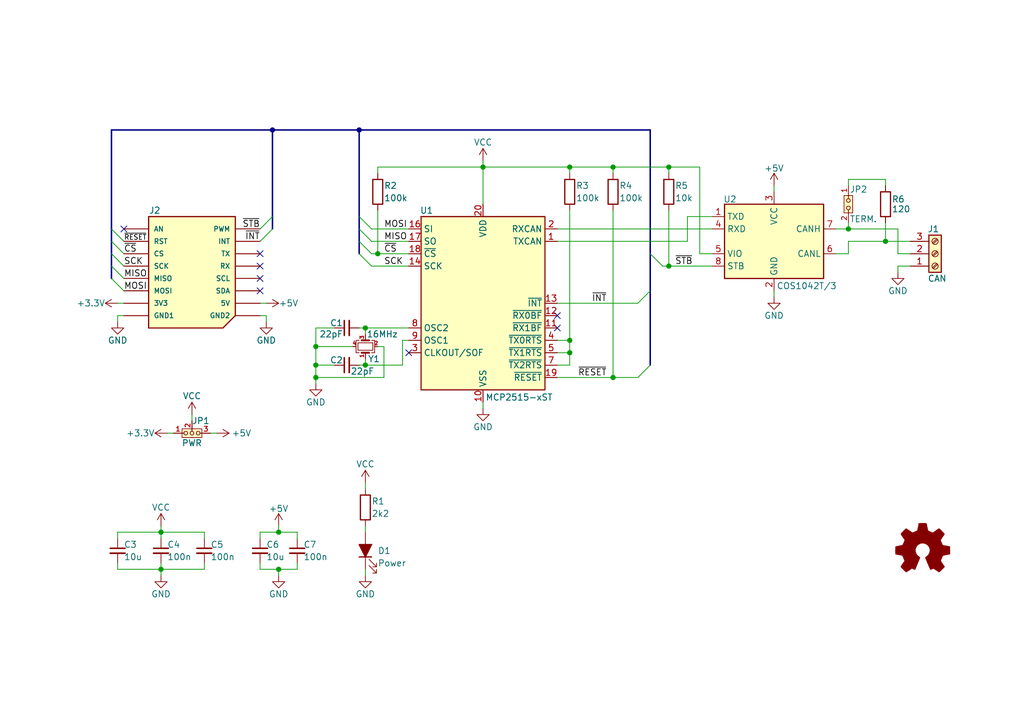
<source format=kicad_sch>
(kicad_sch (version 20250114) (generator "eeschema") (generator_version "9.0")
  (paper "A5")
  (title_block (title "CAN Click") (date "2025-04-19") (rev "1.0") (company "© 2025 MPro") (comment 1 "Designed by MPro") (comment 4 "Licensed under CERN-OHL-P v2 or any later version"))
  (lib_symbols
    (symbol "Connector:Screw_Terminal_01x03" (pin_names (offset 1.016) (hide yes))
      (property "Reference" "J" (at 0 5.08 0))
      (property "Value" "Screw_Terminal_01x03" (at 0 -5.08 0))
      (symbol "Screw_Terminal_01x03_1_1"
        (rectangle (start -1.27 3.81) (end 1.27 -3.81) (stroke (width 0.254)) (fill (type background)))
        (polyline (pts (xy -0.5334 2.8702) (xy 0.3302 2.032)) (stroke (width 0.1524)))
        (polyline (pts (xy -0.5334 0.3302) (xy 0.3302 -0.508)) (stroke (width 0.1524)))
        (polyline (pts (xy -0.5334 -2.2098) (xy 0.3302 -3.048)) (stroke (width 0.1524)))
        (polyline (pts (xy -0.3556 3.048) (xy 0.508 2.2098)) (stroke (width 0.1524)))
        (polyline (pts (xy -0.3556 0.508) (xy 0.508 -0.3302)) (stroke (width 0.1524)))
        (polyline (pts (xy -0.3556 -2.032) (xy 0.508 -2.8702)) (stroke (width 0.1524)))
        (circle (center 0 2.54) (radius 0.635) (stroke (width 0.1524)))
        (circle (center 0 0) (radius 0.635) (stroke (width 0.1524)))
        (circle (center 0 -2.54) (radius 0.635) (stroke (width 0.1524)))
        (pin passive line (at -5.08 2.54 0) (length 3.81) (name "Pin_1") (number "1"))
        (pin passive line (at -5.08 0 0) (length 3.81) (name "Pin_2") (number "2"))
        (pin passive line (at -5.08 -2.54 0) (length 3.81) (name "Pin_3") (number "3"))
      )
    )
    (symbol "Device:C_Small" (pin_numbers (hide yes)) (pin_names (offset 0.254) (hide yes))
      (property "Reference" "C" (at 0.254 1.778 0))
      (property "Value" "C_Small" (at 0.254 -2.032 0))
      (symbol "C_Small_0_1"
        (polyline (pts (xy -1.524 0.508) (xy 1.524 0.508)) (stroke (width 0.3048)))
        (polyline (pts (xy -1.524 -0.508) (xy 1.524 -0.508)) (stroke (width 0.3302)))
      )
      (symbol "C_Small_1_1"
        (pin passive line (at 0 2.54 270) (length 2.032) (name "~") (number "1"))
        (pin passive line (at 0 -2.54 90) (length 2.032) (name "~") (number "2"))
      )
    )
    (symbol "Device:Crystal_GND24_Small" (pin_names (offset 1.016) (hide yes))
      (property "Reference" "Y" (at 1.27 4.445 0))
      (property "Value" "Crystal_GND24_Small" (at 1.27 2.54 0))
      (symbol "Crystal_GND24_Small_0_1"
        (polyline (pts (xy -1.27 1.27) (xy -1.27 1.905) (xy 1.27 1.905) (xy 1.27 1.27)))
        (polyline (pts (xy -1.27 -0.762) (xy -1.27 0.762)) (stroke (width 0.381)))
        (polyline (pts (xy -1.27 -1.27) (xy -1.27 -1.905) (xy 1.27 -1.905) (xy 1.27 -1.27)))
        (rectangle (start -0.762 -1.524) (end 0.762 1.524))
        (polyline (pts (xy 1.27 -0.762) (xy 1.27 0.762)) (stroke (width 0.381)))
      )
      (symbol "Crystal_GND24_Small_1_1"
        (pin passive line (at -2.54 0 0) (length 1.27) (name "1") (number "1"))
        (pin passive line (at 0 2.54 270) (length 0.635) (name "4") (number "4"))
        (pin passive line (at 0 -2.54 90) (length 0.635) (name "2") (number "2"))
        (pin passive line (at 2.54 0 180) (length 1.27) (name "3") (number "3"))
      )
    )
    (symbol "Device:LED_Filled" (pin_numbers (hide yes)) (pin_names (offset 1.016) (hide yes))
      (property "Reference" "D" (at 0 2.54 0))
      (property "Value" "LED_Filled" (at 0 -2.54 0))
      (symbol "LED_Filled_0_1"
        (polyline (pts (xy -3.048 -0.762) (xy -4.572 -2.286) (xy -3.81 -2.286) (xy -4.572 -2.286) (xy -4.572 -1.524)))
        (polyline (pts (xy -1.778 -0.762) (xy -3.302 -2.286) (xy -2.54 -2.286) (xy -3.302 -2.286) (xy -3.302 -1.524)))
        (polyline (pts (xy -1.27 0) (xy 1.27 0)))
        (polyline (pts (xy -1.27 -1.27) (xy -1.27 1.27)) (stroke (width 0.254)))
        (polyline (pts (xy 1.27 -1.27) (xy 1.27 1.27) (xy -1.27 0) (xy 1.27 -1.27)) (stroke (width 0.254)) (fill (type outline)))
      )
      (symbol "LED_Filled_1_1"
        (pin passive line (at -3.81 0 0) (length 2.54) (name "K") (number "1"))
        (pin passive line (at 3.81 0 180) (length 2.54) (name "A") (number "2"))
      )
    )
    (symbol "Device:R" (pin_numbers (hide yes)) (pin_names (offset 0))
      (property "Reference" "R" (at 2.032 0 90))
      (property "Value" "R" (at 0 0 90))
      (symbol "R_0_1"
        (rectangle (start -1.016 -2.54) (end 1.016 2.54) (stroke (width 0.254)))
      )
      (symbol "R_1_1"
        (pin passive line (at 0 3.81 270) (length 1.27) (name "~") (number "1"))
        (pin passive line (at 0 -3.81 90) (length 1.27) (name "~") (number "2"))
      )
    )
    (symbol "Interface_CAN_LIN:MCP2515-xST"
      (property "Reference" "U" (at -10.16 19.685 0))
      (property "Value" "MCP2515-xST" (at 19.05 20.32 0))
      (symbol "MCP2515-xST_0_1"
        (rectangle (start -12.7 17.78) (end 12.7 -17.78) (stroke (width 0.254)) (fill (type background)))
      )
      (symbol "MCP2515-xST_1_1"
        (pin input line (at -15.24 15.24 0) (length 2.54) (name "SI") (number "16"))
        (pin output line (at -15.24 12.7 0) (length 2.54) (name "SO") (number "17"))
        (pin input line (at -15.24 10.16 0) (length 2.54) (name "~{CS}") (number "18"))
        (pin input line (at -15.24 7.62 0) (length 2.54) (name "SCK") (number "14"))
        (pin output line (at -15.24 -5.08 0) (length 2.54) (name "OSC2") (number "8"))
        (pin input line (at -15.24 -7.62 0) (length 2.54) (name "OSC1") (number "9"))
        (pin output line (at -15.24 -10.16 0) (length 2.54) (name "CLKOUT/SOF") (number "3"))
        (pin no_connect line (at -12.7 0 0) (length 2.54) (hide yes) (name "NC") (number "6"))
        (pin no_connect line (at -12.7 -2.54 0) (length 2.54) (hide yes) (name "NC") (number "15"))
        (pin power_in line (at 0 20.32 270) (length 2.54) (name "VDD") (number "20"))
        (pin power_in line (at 0 -20.32 90) (length 2.54) (name "VSS") (number "10"))
        (pin input line (at 15.24 15.24 180) (length 2.54) (name "RXCAN") (number "2"))
        (pin output line (at 15.24 12.7 180) (length 2.54) (name "TXCAN") (number "1"))
        (pin output line (at 15.24 0 180) (length 2.54) (name "~{INT}") (number "13"))
        (pin output line (at 15.24 -2.54 180) (length 2.54) (name "~{RX0BF}") (number "12"))
        (pin output line (at 15.24 -5.08 180) (length 2.54) (name "~{RX1BF}") (number "11"))
        (pin input line (at 15.24 -7.62 180) (length 2.54) (name "~{TX0RTS}") (number "4"))
        (pin input line (at 15.24 -10.16 180) (length 2.54) (name "~{TX1RTS}") (number "5"))
        (pin input line (at 15.24 -12.7 180) (length 2.54) (name "~{TX2RTS}") (number "7"))
        (pin input line (at 15.24 -15.24 180) (length 2.54) (name "~{RESET}") (number "19"))
      )
    )
    (symbol "Interface_CAN_LIN:TJA1042T-3"
      (property "Reference" "U" (at -10.16 8.89 0))
      (property "Value" "TJA1042T-3" (at 1.27 8.89 0))
      (symbol "TJA1042T-3_0_1"
        (rectangle (start -10.16 7.62) (end 10.16 -7.62) (stroke (width 0.254)) (fill (type background)))
      )
      (symbol "TJA1042T-3_1_1"
        (pin input line (at -12.7 5.08 0) (length 2.54) (name "TXD") (number "1"))
        (pin output line (at -12.7 2.54 0) (length 2.54) (name "RXD") (number "4"))
        (pin power_in line (at -12.7 -2.54 0) (length 2.54) (name "VIO") (number "5"))
        (pin input line (at -12.7 -5.08 0) (length 2.54) (name "STB") (number "8"))
        (pin power_in line (at 0 10.16 270) (length 2.54) (name "VCC") (number "3"))
        (pin power_in line (at 0 -10.16 90) (length 2.54) (name "GND") (number "2"))
        (pin bidirectional line (at 12.7 2.54 180) (length 2.54) (name "CANH") (number "7"))
        (pin bidirectional line (at 12.7 -2.54 180) (length 2.54) (name "CANL") (number "6"))
      )
    )
    (symbol "archive:Device_R" (pin_numbers (hide yes)) (pin_names (offset 0))
      (property "Reference" "R" (at 2.032 0 90))
      (property "Value" "Device_R" (at 0 0 90))
      (symbol "Device_R_0_1"
        (rectangle (start -1.016 -2.54) (end 1.016 2.54) (stroke (width 0.254)))
      )
      (symbol "Device_R_1_1"
        (pin passive line (at 0 3.81 270) (length 1.27) (name "~") (number "1"))
        (pin passive line (at 0 -3.81 90) (length 1.27) (name "~") (number "2"))
      )
    )
    (symbol "archive:Graphic_Logo_Open_Hardware_Small" (pin_names (offset 1.016))
      (symbol "Graphic_Logo_Open_Hardware_Small_0_1"
        (polyline (pts (xy 3.3528 -4.3434) (xy 3.302 -4.318) (xy 3.175 -4.2418) (xy 2.9972 -4.1148) (xy 2.7686 -3.9624) (xy 2.54 -3.81) (xy 2.3622 -3.7084) (xy 2.2352 -3.6068) (xy 2.1844 -3.5814) (xy 2.159 -3.6068) (xy 2.0574 -3.6576) (xy 1.905 -3.7338) (xy 1.8034 -3.7846) (xy 1.6764 -3.8354) (xy 1.6002 -3.8354) (xy 1.6002 -3.8354) (xy 1.5494 -3.7338) (xy 1.4732 -3.5306) (xy 1.3462 -3.302) (xy 1.2446 -3.0226) (xy 1.1176 -2.7178) (xy 0.9652 -2.413) (xy 0.8636 -2.1082) (xy 0.7366 -1.8288) (xy 0.6604 -1.6256) (xy 0.6096 -1.4732) (xy 0.5842 -1.397) (xy 0.5842 -1.397) (xy 0.6604 -1.3208) (xy 0.7874 -1.2446) (xy 1.0414 -1.016) (xy 1.2954 -0.6858) (xy 1.4478 -0.3302) (xy 1.524 0.0762) (xy 1.4732 0.4572) (xy 1.3208 0.8128) (xy 1.0668 1.143) (xy 0.762 1.3716) (xy 0.4064 1.524) (xy 0 1.5748) (xy -0.381 1.5494) (xy -0.7366 1.397) (xy -1.0668 1.143) (xy -1.2192 0.9906) (xy -1.397 0.6604) (xy -1.524 0.3048) (xy -1.524 0.2286) (xy -1.4986 -0.1778) (xy -1.397 -0.5334) (xy -1.1938 -0.8636) (xy -0.9144 -1.143) (xy -0.8636 -1.1684) (xy -0.7366 -1.27) (xy -0.635 -1.3462) (xy -0.5842 -1.397) (xy -1.0668 -2.5908) (xy -1.143 -2.794) (xy -1.2954 -3.1242) (xy -1.397 -3.4036) (xy -1.4986 -3.6322) (xy -1.5748 -3.7846) (xy -1.6002 -3.8354) (xy -1.6002 -3.8354) (xy -1.651 -3.8354) (xy -1.7272 -3.81) (xy -1.905 -3.7338) (xy -2.0066 -3.683) (xy -2.1336 -3.6068) (xy -2.2098 -3.5814) (xy -2.2606 -3.6068) (xy -2.3622 -3.683) (xy -2.54 -3.81) (xy -2.7686 -3.9624) (xy -2.9718 -4.0894) (xy -3.1496 -4.2164) (xy -3.302 -4.318) (xy -3.3528 -4.3434) (xy -3.3782 -4.3434) (xy -3.429 -4.318) (xy -3.5306 -4.2164) (xy -3.7084 -4.064) (xy -3.937 -3.8354) (xy -3.9624 -3.81) (xy -4.1656 -3.6068) (xy -4.318 -3.4544) (xy -4.4196 -3.3274) (xy -4.445 -3.2766) (xy -4.445 -3.2766) (xy -4.4196 -3.2258) (xy -4.318 -3.0734) (xy -4.2164 -2.8956) (xy -4.064 -2.667) (xy -3.6576 -2.0828) (xy -3.8862 -1.5494) (xy -3.937 -1.3716) (xy -4.0386 -1.1684) (xy -4.0894 -1.0414) (xy -4.1148 -0.9652) (xy -4.191 -0.9398) (xy -4.318 -0.9144) (xy -4.5466 -0.8636) (xy -4.8006 -0.8128) (xy -5.0546 -0.7874) (xy -5.2578 -0.7366) (xy -5.4356 -0.7112) (xy -5.5118 -0.6858) (xy -5.5118 -0.6858) (xy -5.5372 -0.635) (xy -5.5372 -0.5588) (xy -5.5372 -0.4318) (xy -5.5626 -0.2286) (xy -5.5626 0.0762) (xy -5.5626 0.127) (xy -5.5372 0.4064) (xy -5.5372 0.635) (xy -5.5372 0.762) (xy -5.5372 0.8382) (xy -5.5372 0.8382) (xy -5.461 0.8382) (xy -5.3086 0.889) (xy -5.08 0.9144) (xy -4.826 0.9652) (xy -4.8006 0.9906) (xy -4.5466 1.0414) (xy -4.318 1.0668) (xy -4.1656 1.1176) (xy -4.0894 1.143) (xy -4.0894 1.143) (xy -4.0386 1.2446) (xy -3.9624 1.4224) (xy -3.8608 1.6256) (xy -3.7846 1.8288) (xy -3.7084 2.0066) (xy -3.6576 2.159) (xy -3.6322 2.2098) (xy -3.6322 2.2098) (xy -3.683 2.286) (xy -3.7592 2.413) (xy -3.8862 2.5908) (xy -4.064 2.8194) (xy -4.064 2.8448) (xy -4.2164 3.0734) (xy -4.3434 3.2512) (xy -4.4196 3.3782) (xy -4.445 3.4544) (xy -4.445 3.4544) (xy -4.3942 3.5052) (xy -4.2926 3.6322) (xy -4.1148 3.81) (xy -3.937 4.0132) (xy -3.8608 4.064) (xy -3.6576 4.2926) (xy -3.5052 4.4196) (xy -3.4036 4.4958) (xy -3.3528 4.5212) (xy -3.3528 4.5212) (xy -3.302 4.4704) (xy -3.1496 4.3688) (xy -2.9718 4.2418) (xy -2.7432 4.0894) (xy -2.7178 4.0894) (xy -2.4892 3.937) (xy -2.3114 3.81) (xy -2.1844 3.7084) (xy -2.1336 3.683) (xy -2.1082 3.683) (xy -2.032 3.7084) (xy -1.8542 3.7592) (xy -1.6764 3.8354) (xy -1.4732 3.937) (xy -1.27 4.0132) (xy -1.143 4.064) (xy -1.0668 4.1148) (xy -1.0668 4.1148) (xy -1.0414 4.191) (xy -1.016 4.3434) (xy -0.9652 4.572) (xy -0.9144 4.8514) (xy -0.889 4.9022) (xy -0.8382 5.1562) (xy -0.8128 5.3848) (xy -0.7874 5.5372) (xy -0.762 5.588) (xy -0.7112 5.6134) (xy -0.5842 5.6134) (xy -0.4064 5.6134) (xy -0.1524 5.6134) (xy 0.0762 5.6134) (xy 0.3302 5.6134) (xy 0.5334 5.6134) (xy 0.6858 5.588) (xy 0.7366 5.588) (xy 0.7366 5.588) (xy 0.762 5.5118) (xy 0.8128 5.334) (xy 0.8382 5.1054) (xy 0.9144 4.826) (xy 0.9144 4.7752) (xy 0.9652 4.5212) (xy 1.016 4.2926) (xy 1.0414 4.1402) (xy 1.0668 4.0894) (xy 1.0668 4.0894) (xy 1.1938 4.0386) (xy 1.3716 3.9624) (xy 1.5748 3.8608) (xy 2.0828 3.6576) (xy 2.7178 4.0894) (xy 2.7686 4.1402) (xy 2.9972 4.2926) (xy 3.175 4.4196) (xy 3.302 4.4958) (xy 3.3782 4.5212) (xy 3.3782 4.5212) (xy 3.429 4.4704) (xy 3.556 4.3434) (xy 3.7338 4.191) (xy 3.9116 3.9878) (xy 4.064 3.8354) (xy 4.2418 3.6576) (xy 4.3434 3.556) (xy 4.4196 3.4798) (xy 4.4196 3.429) (xy 4.4196 3.4036) (xy 4.3942 3.3274) (xy 4.2926 3.2004) (xy 4.1656 2.9972) (xy 4.0132 2.794) (xy 3.8862 2.5908) (xy 3.7592 2.3876) (xy 3.6576 2.2352) (xy 3.6322 2.159) (xy 3.6322 2.1336) (xy 3.683 2.0066) (xy 3.7592 1.8288) (xy 3.8608 1.6002) (xy 4.064 1.1176) (xy 4.3942 1.0414) (xy 4.5974 1.016) (xy 4.8768 0.9652) (xy 5.1308 0.9144) (xy 5.5372 0.8382) (xy 5.5626 -0.6604) (xy 5.4864 -0.6858) (xy 5.4356 -0.6858) (xy 5.2832 -0.7366) (xy 5.0546 -0.762) (xy 4.8006 -0.8128) (xy 4.5974 -0.8636) (xy 4.3688 -0.9144) (xy 4.2164 -0.9398) (xy 4.1402 -0.9398) (xy 4.1148 -0.9652) (xy 4.064 -1.0668) (xy 3.9878 -1.2446) (xy 3.9116 -1.4478) (xy 3.81 -1.651) (xy 3.7338 -1.8542) (xy 3.683 -2.0066) (xy 3.6576 -2.0828) (xy 3.683 -2.1336) (xy 3.7846 -2.2606) (xy 3.8862 -2.4638) (xy 4.0386 -2.667) (xy 4.191 -2.8956) (xy 4.318 -3.0734) (xy 4.3942 -3.2004) (xy 4.445 -3.2766) (xy 4.4196 -3.3274) (xy 4.3434 -3.429) (xy 4.1656 -3.5814) (xy 3.937 -3.8354) (xy 3.8862 -3.8608) (xy 3.683 -4.064) (xy 3.5306 -4.2164) (xy 3.4036 -4.318) (xy 3.3528 -4.3434)) (fill (type outline)))
      )
    )
    (symbol "archive:power_+5V" (power) (pin_names (offset 0))
      (property "Value" "power_+5V" (at 0 3.556 0))
      (symbol "power_+5V_0_1"
        (polyline (pts (xy -0.762 1.27) (xy 0 2.54)))
        (polyline (pts (xy 0 2.54) (xy 0.762 1.27)))
        (polyline (pts (xy 0 0) (xy 0 2.54)))
      )
      (symbol "power_+5V_1_1"
        (pin power_in line (at 0 0 90) (length 0) (hide yes) (name "+5V") (number "1"))
      )
    )
    (symbol "archive:power_GND" (power) (pin_names (offset 0))
      (property "Value" "power_GND" (at 0 -3.81 0))
      (symbol "power_GND_0_1"
        (polyline (pts (xy 0 0) (xy 0 -1.27) (xy 1.27 -1.27) (xy 0 -2.54) (xy -1.27 -1.27) (xy 0 -1.27)))
      )
      (symbol "power_GND_1_1"
        (pin power_in line (at 0 0 270) (length 0) (hide yes) (name "GND") (number "1"))
      )
    )
    (symbol "diy-modules:mikroBUS_module_connector" (pin_numbers (hide yes)) (pin_names (offset 1.016))
      (property "Reference" "J" (at 0 23.495 0))
      (symbol "mikroBUS_module_connector_0_0"
        (pin bidirectional line (at -5.08 20.32 0) (length 5.08) (name "AN") (number "P1"))
        (pin bidirectional line (at -5.08 17.78 0) (length 5.08) (name "RST") (number "P2"))
        (pin bidirectional line (at -5.08 15.24 0) (length 5.08) (name "CS") (number "P3"))
        (pin bidirectional line (at -5.08 12.7 0) (length 5.08) (name "SCK") (number "P4"))
        (pin bidirectional line (at -5.08 10.16 0) (length 5.08) (name "MISO") (number "P5"))
        (pin bidirectional line (at -5.08 7.62 0) (length 5.08) (name "MOSI") (number "P6"))
        (pin power_in line (at -5.08 5.08 0) (length 5.08) (name "3V3") (number "P7"))
        (pin bidirectional line (at 22.86 20.32 180) (length 5.08) (name "PWM") (number "P16"))
        (pin bidirectional line (at 22.86 17.78 180) (length 5.08) (name "INT") (number "P15"))
        (pin bidirectional line (at 22.86 15.24 180) (length 5.08) (name "TX") (number "P14"))
        (pin bidirectional line (at 22.86 12.7 180) (length 5.08) (name "RX") (number "P13"))
        (pin bidirectional line (at 22.86 10.16 180) (length 5.08) (name "SCL") (number "P12"))
        (pin bidirectional line (at 22.86 7.62 180) (length 5.08) (name "SDA") (number "P11"))
        (pin power_in line (at 22.86 5.08 180) (length 5.08) (name "5V") (number "P10"))
      )
      (symbol "mikroBUS_module_connector_0_1"
        (polyline (pts (xy 17.78 2.54) (xy 15.24 0) (xy 0 0) (xy 0 22.86) (xy 17.78 22.86) (xy 17.78 2.54)) (stroke (width 0.254)) (fill (type background)))
      )
      (symbol "mikroBUS_module_connector_1_0"
        (pin power_in line (at -5.08 2.54 0) (length 5.08) (name "GND1") (number "P8"))
        (pin power_in line (at 22.86 2.54 180) (length 5.08) (name "GND2") (number "P9"))
      )
    )
    (symbol "power:+3.3V" (power) (pin_names (offset 0))
      (property "Value" "+3.3V" (at 0 3.556 0))
      (symbol "+3.3V_0_1"
        (polyline (pts (xy -0.762 1.27) (xy 0 2.54)))
        (polyline (pts (xy 0 2.54) (xy 0.762 1.27)))
        (polyline (pts (xy 0 0) (xy 0 2.54)))
      )
      (symbol "+3.3V_1_1"
        (pin power_in line (at 0 0 90) (length 0) (hide yes) (name "+3.3V") (number "1"))
      )
    )
    (symbol "power:GND" (power) (pin_names (offset 0))
      (property "Value" "GND" (at 0 -3.81 0))
      (symbol "GND_0_1"
        (polyline (pts (xy 0 0) (xy 0 -1.27) (xy 1.27 -1.27) (xy 0 -2.54) (xy -1.27 -1.27) (xy 0 -1.27)))
      )
      (symbol "GND_1_1"
        (pin power_in line (at 0 0 270) (length 0) (hide yes) (name "GND") (number "1"))
      )
    )
    (symbol "power:VCC" (power) (pin_names (offset 0))
      (property "Value" "VCC" (at 0 3.81 0))
      (symbol "VCC_0_1"
        (polyline (pts (xy -0.762 1.27) (xy 0 2.54)))
        (polyline (pts (xy 0 2.54) (xy 0.762 1.27)))
        (polyline (pts (xy 0 0) (xy 0 2.54)))
      )
      (symbol "VCC_1_1"
        (pin power_in line (at 0 0 90) (length 0) (hide yes) (name "VCC") (number "1"))
      )
    )
    (symbol "various:Jumper_2" (pin_names (offset 0) (hide yes))
      (property "Reference" "JP" (at -0.635 1.905 0))
      (property "Value" "Jumper_2" (at 1.27 -2.54 0))
      (symbol "Jumper_2_0_1"
        (polyline (pts (xy 0.127 0) (xy -0.635 0)))
        (polyline (pts (xy 3.175 0) (xy 2.413 0)))
      )
      (symbol "Jumper_2_1_0"
        (rectangle (start -0.508 0.889) (end 3.048 -0.889) (fill (type background)))
        (circle (center 0.508 0) (radius 0.381))
        (circle (center 2.032 0) (radius 0.381))
      )
      (symbol "Jumper_2_1_1"
        (pin passive line (at -2.54 0 0) (length 1.905) (name "A") (number "1"))
        (pin passive line (at 5.08 0 180) (length 1.905) (name "B") (number "2"))
      )
    )
    (symbol "various:Jumper_3" (pin_names (offset 0) (hide yes))
      (property "Reference" "JP" (at -2.54 1.905 0))
      (property "Value" "Jumper_3" (at 5.715 -2.54 0))
      (symbol "Jumper_3_0_1"
        (polyline (pts (xy -1.905 0) (xy -1.651 0)))
        (polyline (pts (xy 0 -0.635) (xy 0 -0.381)))
        (polyline (pts (xy 1.905 0) (xy 1.651 0)))
      )
      (symbol "Jumper_3_1_0"
        (circle (center -1.27 0) (radius 0.381))
        (circle (center 0 0) (radius 0.381))
        (circle (center 1.27 0) (radius 0.381))
        (polyline (pts (xy 3.81 0) (xy 3.81 0)))
      )
      (symbol "Jumper_3_1_1"
        (rectangle (start -2.032 0.889) (end 2.032 -0.889) (fill (type background)))
        (pin passive line (at -3.81 0 0) (length 1.905) (name "A") (number "1"))
        (pin passive line (at 0 -2.54 90) (length 1.905) (name "C") (number "2"))
        (pin passive line (at 3.81 0 180) (length 1.905) (name "B") (number "3"))
      )
    )
  )
  (junction (at 33.02 116.84))
  (junction (at 116.84 69.85))
  (junction (at 125.73 77.47))
  (junction (at 116.84 34.29))
  (junction (at 137.16 34.29))
  (junction (at 33.02 109.22))
  (junction (at 64.77 71.12))
  (junction (at 64.77 77.47))
  (junction (at 64.77 74.93))
  (junction (at 116.84 72.39))
  (junction (at 57.15 116.84))
  (junction (at 125.73 34.29))
  (junction (at 99.06 34.29))
  (junction (at 73.66 26.67))
  (junction (at 181.61 49.53))
  (junction (at 74.93 67.31))
  (junction (at 137.16 54.61))
  (junction (at 74.93 74.93))
  (junction (at 57.15 109.22))
  (junction (at 55.88 26.67))
  (junction (at 173.99 46.99))
  (junction (at 77.47 52.07))
  (no_connect (at 114.3 64.77))
  (no_connect (at 53.34 54.61))
  (no_connect (at 25.4 46.99))
  (no_connect (at 83.82 72.39))
  (no_connect (at 53.34 59.69))
  (no_connect (at 53.34 52.07))
  (no_connect (at 53.34 57.15))
  (no_connect (at 114.3 67.31))
  (bus_entry (at 53.34 49.53) (size 2.54 -2.54))
  (bus_entry (at 25.4 52.07) (size -2.54 -2.54))
  (bus_entry (at 25.4 57.15) (size -2.54 -2.54))
  (bus_entry (at 76.2 49.53) (size -2.54 -2.54))
  (bus_entry (at 25.4 59.69) (size -2.54 -2.54))
  (bus_entry (at 25.4 54.61) (size -2.54 -2.54))
  (bus_entry (at 76.2 54.61) (size -2.54 -2.54))
  (bus_entry (at 76.2 46.99) (size -2.54 -2.54))
  (bus_entry (at 76.2 52.07) (size -2.54 -2.54))
  (bus_entry (at 25.4 49.53) (size -2.54 -2.54))
  (bus_entry (at 130.81 62.23) (size 2.54 -2.54))
  (bus_entry (at 53.34 46.99) (size 2.54 -2.54))
  (bus_entry (at 135.89 54.61) (size -2.54 -2.54))
  (bus_entry (at 130.81 77.47) (size 2.54 -2.54))
  (wire (pts (xy 78.74 71.12) (xy 78.74 77.47)))
  (wire (pts (xy 57.15 109.22) (xy 60.96 109.22)))
  (wire (pts (xy 77.47 43.18) (xy 77.47 52.07)))
  (bus (pts (xy 22.86 46.99) (xy 22.86 26.67)))
  (wire (pts (xy 24.13 116.84) (xy 24.13 115.57)))
  (wire (pts (xy 77.47 34.29) (xy 99.06 34.29)))
  (bus (pts (xy 22.86 26.67) (xy 55.88 26.67)))
  (wire (pts (xy 41.91 116.84) (xy 33.02 116.84)))
  (bus (pts (xy 55.88 44.45) (xy 55.88 26.67)))
  (wire (pts (xy 114.3 62.23) (xy 130.81 62.23)))
  (bus (pts (xy 73.66 46.99) (xy 73.66 49.53)))
  (wire (pts (xy 24.13 109.22) (xy 24.13 110.49)))
  (wire (pts (xy 116.84 69.85) (xy 116.84 72.39)))
  (wire (pts (xy 64.77 77.47) (xy 64.77 78.74)))
  (bus (pts (xy 133.35 52.07) (xy 133.35 26.67)))
  (bus (pts (xy 133.35 74.93) (xy 133.35 59.69)))
  (wire (pts (xy 76.2 46.99) (xy 83.82 46.99)))
  (wire (pts (xy 24.13 62.23) (xy 25.4 62.23)))
  (wire (pts (xy 78.74 77.47) (xy 64.77 77.47)))
  (wire (pts (xy 116.84 74.93) (xy 114.3 74.93)))
  (wire (pts (xy 54.61 64.77) (xy 54.61 66.04)))
  (wire (pts (xy 73.66 67.31) (xy 74.93 67.31)))
  (wire (pts (xy 76.2 54.61) (xy 83.82 54.61)))
  (wire (pts (xy 125.73 77.47) (xy 114.3 77.47)))
  (wire (pts (xy 74.93 107.95) (xy 74.93 109.22)))
  (wire (pts (xy 186.69 54.61) (xy 184.15 54.61)))
  (wire (pts (xy 33.02 116.84) (xy 33.02 118.11)))
  (wire (pts (xy 137.16 54.61) (xy 135.89 54.61)))
  (wire (pts (xy 60.96 109.22) (xy 60.96 110.49)))
  (wire (pts (xy 184.15 46.99) (xy 184.15 52.07)))
  (wire (pts (xy 184.15 52.07) (xy 186.69 52.07)))
  (wire (pts (xy 181.61 45.72) (xy 181.61 49.53)))
  (wire (pts (xy 34.29 88.9) (xy 35.56 88.9)))
  (wire (pts (xy 116.84 34.29) (xy 125.73 34.29)))
  (wire (pts (xy 99.06 34.29) (xy 99.06 41.91)))
  (wire (pts (xy 173.99 49.53) (xy 173.99 52.07)))
  (wire (pts (xy 24.13 64.77) (xy 24.13 66.04)))
  (wire (pts (xy 57.15 116.84) (xy 57.15 118.11)))
  (wire (pts (xy 158.75 59.69) (xy 158.75 60.96)))
  (wire (pts (xy 53.34 109.22) (xy 57.15 109.22)))
  (wire (pts (xy 24.13 64.77) (xy 25.4 64.77)))
  (wire (pts (xy 74.93 67.31) (xy 74.93 68.58)))
  (wire (pts (xy 33.02 116.84) (xy 24.13 116.84)))
  (wire (pts (xy 64.77 71.12) (xy 64.77 67.31)))
  (wire (pts (xy 143.51 34.29) (xy 143.51 52.07)))
  (wire (pts (xy 74.93 116.84) (xy 74.93 118.11)))
  (wire (pts (xy 125.73 35.56) (xy 125.73 34.29)))
  (wire (pts (xy 140.97 44.45) (xy 140.97 49.53)))
  (wire (pts (xy 64.77 74.93) (xy 64.77 71.12)))
  (wire (pts (xy 173.99 49.53) (xy 181.61 49.53)))
  (bus (pts (xy 22.86 57.15) (xy 22.86 54.61)))
  (wire (pts (xy 60.96 116.84) (xy 60.96 115.57)))
  (wire (pts (xy 76.2 52.07) (xy 77.47 52.07)))
  (wire (pts (xy 171.45 46.99) (xy 173.99 46.99)))
  (bus (pts (xy 22.86 49.53) (xy 22.86 46.99)))
  (wire (pts (xy 53.34 62.23) (xy 54.61 62.23)))
  (wire (pts (xy 57.15 116.84) (xy 60.96 116.84)))
  (wire (pts (xy 125.73 77.47) (xy 130.81 77.47)))
  (wire (pts (xy 74.93 74.93) (xy 74.93 73.66)))
  (wire (pts (xy 114.3 49.53) (xy 140.97 49.53)))
  (wire (pts (xy 73.66 74.93) (xy 74.93 74.93)))
  (wire (pts (xy 173.99 46.99) (xy 184.15 46.99)))
  (bus (pts (xy 55.88 26.67) (xy 73.66 26.67)))
  (wire (pts (xy 125.73 43.18) (xy 125.73 77.47)))
  (wire (pts (xy 74.93 99.06) (xy 74.93 100.33)))
  (wire (pts (xy 173.99 36.83) (xy 173.99 38.1)))
  (wire (pts (xy 181.61 49.53) (xy 186.69 49.53)))
  (wire (pts (xy 137.16 34.29) (xy 143.51 34.29)))
  (wire (pts (xy 53.34 115.57) (xy 53.34 116.84)))
  (wire (pts (xy 114.3 69.85) (xy 116.84 69.85)))
  (wire (pts (xy 41.91 109.22) (xy 33.02 109.22)))
  (wire (pts (xy 146.05 44.45) (xy 140.97 44.45)))
  (wire (pts (xy 64.77 67.31) (xy 68.58 67.31)))
  (wire (pts (xy 158.75 38.1) (xy 158.75 39.37)))
  (wire (pts (xy 181.61 36.83) (xy 173.99 36.83)))
  (wire (pts (xy 77.47 35.56) (xy 77.47 34.29)))
  (wire (pts (xy 99.06 33.02) (xy 99.06 34.29)))
  (wire (pts (xy 39.37 85.09) (xy 39.37 86.36)))
  (wire (pts (xy 33.02 109.22) (xy 33.02 110.49)))
  (wire (pts (xy 76.2 49.53) (xy 83.82 49.53)))
  (bus (pts (xy 73.66 49.53) (xy 73.66 52.07)))
  (wire (pts (xy 33.02 107.95) (xy 33.02 109.22)))
  (wire (pts (xy 173.99 45.72) (xy 173.99 46.99)))
  (wire (pts (xy 143.51 52.07) (xy 146.05 52.07)))
  (wire (pts (xy 137.16 35.56) (xy 137.16 34.29)))
  (wire (pts (xy 82.55 69.85) (xy 82.55 74.93)))
  (bus (pts (xy 73.66 44.45) (xy 73.66 46.99)))
  (wire (pts (xy 137.16 43.18) (xy 137.16 54.61)))
  (wire (pts (xy 116.84 72.39) (xy 116.84 74.93)))
  (wire (pts (xy 137.16 54.61) (xy 146.05 54.61)))
  (wire (pts (xy 53.34 109.22) (xy 53.34 110.49)))
  (wire (pts (xy 53.34 116.84) (xy 57.15 116.84)))
  (wire (pts (xy 116.84 35.56) (xy 116.84 34.29)))
  (wire (pts (xy 181.61 38.1) (xy 181.61 36.83)))
  (wire (pts (xy 64.77 74.93) (xy 68.58 74.93)))
  (wire (pts (xy 43.18 88.9) (xy 44.45 88.9)))
  (wire (pts (xy 99.06 34.29) (xy 116.84 34.29)))
  (wire (pts (xy 41.91 115.57) (xy 41.91 116.84)))
  (wire (pts (xy 74.93 67.31) (xy 83.82 67.31)))
  (wire (pts (xy 77.47 52.07) (xy 83.82 52.07)))
  (bus (pts (xy 22.86 54.61) (xy 22.86 52.07)))
  (wire (pts (xy 173.99 52.07) (xy 171.45 52.07)))
  (wire (pts (xy 184.15 54.61) (xy 184.15 55.88)))
  (wire (pts (xy 33.02 116.84) (xy 33.02 115.57)))
  (wire (pts (xy 77.47 71.12) (xy 78.74 71.12)))
  (wire (pts (xy 116.84 43.18) (xy 116.84 69.85)))
  (bus (pts (xy 133.35 59.69) (xy 133.35 52.07)))
  (wire (pts (xy 99.06 82.55) (xy 99.06 83.82)))
  (wire (pts (xy 41.91 110.49) (xy 41.91 109.22)))
  (bus (pts (xy 73.66 26.67) (xy 73.66 44.45)))
  (wire (pts (xy 125.73 34.29) (xy 137.16 34.29)))
  (wire (pts (xy 53.34 64.77) (xy 54.61 64.77)))
  (wire (pts (xy 64.77 71.12) (xy 72.39 71.12)))
  (wire (pts (xy 83.82 69.85) (xy 82.55 69.85)))
  (wire (pts (xy 114.3 46.99) (xy 146.05 46.99)))
  (bus (pts (xy 55.88 46.99) (xy 55.88 44.45)))
  (wire (pts (xy 57.15 107.95) (xy 57.15 109.22)))
  (wire (pts (xy 64.77 77.47) (xy 64.77 74.93)))
  (wire (pts (xy 33.02 109.22) (xy 24.13 109.22)))
  (wire (pts (xy 114.3 72.39) (xy 116.84 72.39)))
  (bus (pts (xy 133.35 26.67) (xy 73.66 26.67)))
  (bus (pts (xy 22.86 52.07) (xy 22.86 49.53)))
  (wire (pts (xy 74.93 74.93) (xy 82.55 74.93)))
  (label "MOSI" (at 25.4 59.69 0))
  (label "SCK" (at 25.4 54.61 0))
  (label "~{STB}" (at 138.43 54.61 0))
  (label "SCK" (at 78.74 54.61 0))
  (label "~{RESET}" (at 25.4 49.53 0) (effects (font (size 1 1))))
  (label "MISO" (at 25.4 57.15 0))
  (label "MISO" (at 78.74 49.53 0))
  (label "~{RESET}" (at 124.46 77.47 180))
  (label "~{INT}" (at 53.34 49.53 180))
  (label "MOSI" (at 78.74 46.99 0))
  (label "~{STB}" (at 53.34 46.99 180))
  (label "~{CS}" (at 78.74 52.07 0))
  (label "~{INT}" (at 124.46 62.23 180))
  (label "~{CS}" (at 25.4 52.07 0))
  (symbol (lib_id "Device:R") (at 116.84 39.37 0) (unit 1)
    (property "Reference" "R3" (at 118.11 38.1 0) (effects (justify left)))
    (property "Value" "100k" (at 118.11 40.64 0) (effects (justify left)))
    (property "Footprint" "footprints:R_0805_2012Metric" (effects (hide yes)))
    (property "LCSC" "C149504" (effects (hide yes)))
    (property "Package/Case" "0805" (effects (hide yes)))
  )
  (symbol (lib_id "power:+3.3V") (at 24.13 62.23 90) (unit 1)
    (property "Reference" "#PWR08" (effects (hide yes)))
    (property "Value" "+3.3V" (at 21.59 62.23 90) (effects (justify left)))
  )
  (symbol (lib_id "various:Jumper_3") (at 39.37 88.9 0) (mirror x) (unit 1)
    (property "Reference" "JP1" (at 39.37 86.36 0) (effects (justify left)))
    (property "Value" "PWR" (at 39.37 90.932 0))
    (property "Footprint" "footprints:PinHeader_1x03_P2.54mm_Vertical" (effects (hide yes)))
    (property "LCSC" "-----" (effects (hide yes)))
    (property "Package/Case" "3-pin 2.54mm" (effects (hide yes)))
  )
  (symbol (lib_id "archive:power_GND") (at 24.13 66.04 0) (unit 1)
    (property "Reference" "#PWR09" (effects (hide yes)))
    (property "Value" "GND" (at 24.13 69.85 0))
  )
  (symbol (lib_id "archive:power_GND") (at 54.61 66.04 0) (unit 1)
    (property "Reference" "#PWR011" (effects (hide yes)))
    (property "Value" "GND" (at 54.61 69.85 0))
  )
  (symbol (lib_id "Device:Crystal_GND24_Small") (at 74.93 71.12 90) (unit 1)
    (property "Reference" "Y1" (at 75.438 73.66 90) (effects (justify right)))
    (property "Value" "16MHz" (at 75.184 68.58 90) (effects (justify right)))
    (property "Footprint" "footprints:Crystal_SMD_3225-4Pin_3.2x2.5mm" (effects (hide yes)))
    (property "Description" "Four pin crystal, GND on pins 2 and 4, small symbol" (effects (hide yes)))
    (property "LCSC" "C5380579" (effects (hide yes)))
    (property "Package/Case" "3225-4P" (effects (hide yes)))
  )
  (symbol (lib_id "Device:C_Small") (at 53.34 113.03 0) (unit 1)
    (property "Reference" "C6" (at 54.61 111.76 0) (effects (justify left)))
    (property "Value" "10u" (at 54.61 114.3 0) (effects (justify left)))
    (property "Footprint" "footprints:C_0805_2012Metric" (effects (hide yes)))
    (property "LCSC" "C15850" (effects (hide yes)))
    (property "Package/Case" "0805" (effects (hide yes)))
  )
  (symbol (lib_id "various:Jumper_2") (at 173.99 40.64 270) (unit 1)
    (property "Reference" "JP2" (at 174.244 38.862 90) (effects (justify left)))
    (property "Value" "TERM." (at 174.244 44.958 90) (effects (justify left)))
    (property "Footprint" "footprints:PinHeader_1x02_P2.54mm_Vertical" (effects (hide yes)))
    (property "LCSC" "-----" (effects (hide yes)))
    (property "Package/Case" "2-pin 2.54mm" (effects (hide yes)))
  )
  (symbol (lib_id "power:VCC") (at 33.02 107.95 0) (unit 1)
    (property "Reference" "#PWR04" (effects (hide yes)))
    (property "Value" "VCC" (at 33.02 104.14 0))
  )
  (symbol (lib_id "archive:power_GND") (at 99.06 83.82 0) (unit 1)
    (property "Reference" "#PWR015" (effects (hide yes)))
    (property "Value" "GND" (at 99.06 87.63 0))
  )
  (symbol (lib_id "Device:C_Small") (at 24.13 113.03 0) (unit 1)
    (property "Reference" "C3" (at 25.4 111.76 0) (effects (justify left)))
    (property "Value" "10u" (at 25.4 114.3 0) (effects (justify left)))
    (property "Footprint" "footprints:C_0805_2012Metric" (effects (hide yes)))
    (property "LCSC" "C15850" (effects (hide yes)))
    (property "Package/Case" "0805" (effects (hide yes)))
  )
  (symbol (lib_id "Connector:Screw_Terminal_01x03") (at 191.77 52.07 0) (mirror x) (unit 1)
    (property "Reference" "J1" (at 190.246 46.99 0) (effects (justify left)))
    (property "Value" "CAN" (at 190.246 57.15 0) (effects (justify left)))
    (property "Footprint" "footprints:DG250-3.5-03P-11-00AH" (effects (hide yes)))
    (property "Description" "DG250-3.5-3P" (effects (hide yes)))
    (property "LCSC" "-----" (effects (hide yes)))
    (property "Package/Case" "DG250-3.5mm" (effects (hide yes)))
  )
  (symbol (lib_id "power:VCC") (at 74.93 99.06 0) (unit 1)
    (property "Reference" "#PWR06" (effects (hide yes)))
    (property "Value" "VCC" (at 74.93 95.25 0))
  )
  (symbol (lib_id "diy-modules:mikroBUS_module_connector") (at 30.48 67.31 0) (unit 1) (in_bom no)
    (property "Reference" "J2" (at 31.75 43.18 0))
    (property "Value" "CAN Click v${REVISION} by MPro" (effects (hide yes)))
    (property "Footprint" "footprints:mikroBUS_module_M" (effects (hide yes)))
    (property "Datasheet" "https://download.mikroe.com/documents/standards/mikrobus/mikrobus-standard-specification-v200.pdf" (effects (hide yes)))
    (property "LCSC" "-----" (effects (hide yes)))
    (property "Package/Case" "(2x) pin 1x8 2.54mm" (effects (hide yes)))
  )
  (symbol (lib_id "Device:LED_Filled") (at 74.93 113.03 90) (unit 1)
    (property "Reference" "D1" (at 77.47 113.03 90) (effects (justify right)))
    (property "Value" "Power" (at 77.47 115.57 90) (effects (justify right)))
    (property "Footprint" "footprints:LED_0805_2012Metric" (effects (hide yes)))
    (property "LCSC" "C2296" (effects (hide yes)))
    (property "Package/Case" "0805" (effects (hide yes)))
    (property "Colour" "Yellow" (effects (hide yes)))
  )
  (symbol (lib_id "Device:C_Small") (at 33.02 113.03 0) (unit 1)
    (property "Reference" "C4" (at 34.29 111.76 0) (effects (justify left)))
    (property "Value" "100n" (at 34.29 114.3 0) (effects (justify left)))
    (property "Footprint" "footprints:C_0805_2012Metric" (effects (hide yes)))
    (property "LCSC" "C49678" (effects (hide yes)))
    (property "Package/Case" "0805" (effects (hide yes)))
  )
  (symbol (lib_id "Device:R") (at 77.47 39.37 0) (unit 1)
    (property "Reference" "R2" (at 78.74 38.1 0) (effects (justify left)))
    (property "Value" "100k" (at 78.74 40.64 0) (effects (justify left)))
    (property "Footprint" "footprints:R_0805_2012Metric" (effects (hide yes)))
    (property "LCSC" "C149504" (effects (hide yes)))
    (property "Package/Case" "0805" (effects (hide yes)))
  )
  (symbol (lib_id "archive:Device_R") (at 181.61 41.91 180) (unit 1)
    (property "Reference" "R6" (at 182.88 40.894 0) (effects (justify right)))
    (property "Value" "120" (at 182.88 42.926 0) (effects (justify right)))
    (property "Footprint" "footprints:R_0805_2012Metric" (effects (hide yes)))
    (property "LCSC" "C17437" (effects (hide yes)))
    (property "Package/Case" "0805" (effects (hide yes)))
  )
  (symbol (lib_id "power:VCC") (at 99.06 33.02 0) (unit 1)
    (property "Reference" "#PWR016" (effects (hide yes)))
    (property "Value" "VCC" (at 99.06 29.21 0))
  )
  (symbol (lib_id "archive:Graphic_Logo_Open_Hardware_Small") (at 189.23 113.03 0) (unit 1) (in_bom no)
    (property "Reference" "LOGO1" (effects (hide yes)))
    (property "Value" "Logo_Open_Hardware_Small" (effects (hide yes)))
    (property "Footprint" "footprints:OSHW-Logo2_7.3x6mm_SilkScreen" (effects (hide yes)))
  )
  (symbol (lib_id "power:+3.3V") (at 34.29 88.9 90) (unit 1)
    (property "Reference" "#PWR017" (effects (hide yes)))
    (property "Value" "+3.3V" (at 31.75 88.9 90) (effects (justify left)))
  )
  (symbol (lib_id "archive:power_+5V") (at 54.61 62.23 270) (unit 1)
    (property "Reference" "#PWR010" (effects (hide yes)))
    (property "Value" "+5V" (at 59.182 62.23 90))
  )
  (symbol (lib_id "archive:power_+5V") (at 158.75 38.1 0) (unit 1)
    (property "Reference" "#PWR013" (effects (hide yes)))
    (property "Value" "+5V" (at 158.75 34.544 0))
  )
  (symbol (lib_id "power:VCC") (at 39.37 85.09 0) (unit 1)
    (property "Reference" "#PWR019" (effects (hide yes)))
    (property "Value" "VCC" (at 39.37 81.28 0))
  )
  (symbol (lib_id "power:GND") (at 74.93 118.11 0) (unit 1)
    (property "Reference" "#PWR07" (effects (hide yes)))
    (property "Value" "GND" (at 74.93 121.92 0))
  )
  (symbol (lib_id "Device:C_Small") (at 60.96 113.03 0) (unit 1)
    (property "Reference" "C7" (at 62.23 111.76 0) (effects (justify left)))
    (property "Value" "100n" (at 62.23 114.3 0) (effects (justify left)))
    (property "Footprint" "footprints:C_0805_2012Metric" (effects (hide yes)))
    (property "LCSC" "C49678" (effects (hide yes)))
    (property "Package/Case" "0805" (effects (hide yes)))
  )
  (symbol (lib_id "Device:R") (at 125.73 39.37 0) (unit 1)
    (property "Reference" "R4" (at 127 38.1 0) (effects (justify left)))
    (property "Value" "100k" (at 127 40.64 0) (effects (justify left)))
    (property "Footprint" "footprints:R_0805_2012Metric" (effects (hide yes)))
    (property "LCSC" "C149504" (effects (hide yes)))
    (property "Package/Case" "0805" (effects (hide yes)))
  )
  (symbol (lib_id "archive:power_GND") (at 57.15 118.11 0) (unit 1)
    (property "Reference" "#PWR021" (effects (hide yes)))
    (property "Value" "GND" (at 57.15 121.92 0))
  )
  (symbol (lib_id "Device:R") (at 137.16 39.37 0) (unit 1)
    (property "Reference" "R5" (at 138.43 38.1 0) (effects (justify left)))
    (property "Value" "10k" (at 138.43 40.64 0) (effects (justify left)))
    (property "Footprint" "footprints:R_0805_2012Metric" (effects (hide yes)))
    (property "LCSC" "C17414" (effects (hide yes)))
    (property "Package/Case" "0805" (effects (hide yes)))
  )
  (symbol (lib_id "archive:power_GND") (at 33.02 118.11 0) (unit 1)
    (property "Reference" "#PWR05" (effects (hide yes)))
    (property "Value" "GND" (at 33.02 121.92 0))
  )
  (symbol (lib_id "Interface_CAN_LIN:TJA1042T-3") (at 158.75 49.53 0) (unit 1)
    (property "Reference" "U2" (at 148.336 40.894 0) (effects (justify left)))
    (property "Value" "COS1042T/3" (at 159.258 58.674 0) (effects (justify left)))
    (property "Footprint" "Package_SO:SOIC-8_3.9x4.9mm_P1.27mm" (effects (hide yes)))
    (property "Datasheet" "http://www.nxp.com/docs/en/data-sheet/TJA1042.pdf" (effects (hide yes)))
    (property "Description" "High-Speed CAN Transceiver, separate VIO, standby mode, SOIC-8" (effects (hide yes)))
    (property "LCSC" "C5334502" (effects (hide yes)))
    (property "Package/Case" "SOIC-8" (effects (hide yes)))
  )
  (symbol (lib_id "archive:power_+5V") (at 57.15 107.95 0) (unit 1)
    (property "Reference" "#PWR022" (effects (hide yes)))
    (property "Value" "+5V" (at 57.15 104.394 0))
  )
  (symbol (lib_id "archive:power_GND") (at 184.15 55.88 0) (unit 1)
    (property "Reference" "#PWR012" (effects (hide yes)))
    (property "Value" "GND" (at 184.15 59.69 0))
  )
  (symbol (lib_id "Device:C_Small") (at 41.91 113.03 0) (unit 1)
    (property "Reference" "C5" (at 43.18 111.76 0) (effects (justify left)))
    (property "Value" "100n" (at 43.18 114.3 0) (effects (justify left)))
    (property "Footprint" "footprints:C_0805_2012Metric" (effects (hide yes)))
    (property "LCSC" "C49678" (effects (hide yes)))
    (property "Package/Case" "0805" (effects (hide yes)))
  )
  (symbol (lib_id "Device:C_Small") (at 71.12 74.93 90) (unit 1)
    (property "Reference" "C2" (at 70.358 73.914 90) (effects (justify left)))
    (property "Value" "22pF" (at 71.882 76.2 90) (effects (justify right)))
    (property "Footprint" "footprints:C_0805_2012Metric" (effects (hide yes)))
    (property "Description" "Unpolarized capacitor, small symbol" (effects (hide yes)))
    (property "LCSC" "C1804" (effects (hide yes)))
    (property "Package/Case" "0805" (effects (hide yes)))
  )
  (symbol (lib_id "Interface_CAN_LIN:MCP2515-xST") (at 99.06 62.23 0) (unit 1)
    (property "Reference" "U1" (at 86.106 43.18 0) (effects (justify left)))
    (property "Value" "MCP2515-xST" (at 99.568 81.534 0) (effects (justify left)))
    (property "Footprint" "footprints:TSSOP-20_4.4x6.5mm_P0.65mm" (effects (hide yes)))
    (property "Datasheet" "http://ww1.microchip.com/downloads/en/DeviceDoc/21801e.pdf" (effects (hide yes)))
    (property "Description" "Stand-Alone CAN Controller with SPI Interface, TSSOP-20" (effects (hide yes)))
    (property "LCSC" "C185941" (effects (hide yes)))
    (property "Package/Case" "TSSOP-20" (effects (hide yes)))
  )
  (symbol (lib_id "Device:C_Small") (at 71.12 67.31 90) (unit 1)
    (property "Reference" "C1" (at 70.358 66.294 90) (effects (justify left)))
    (property "Value" "22pF" (at 70.358 68.58 90) (effects (justify left)))
    (property "Footprint" "footprints:C_0805_2012Metric" (effects (hide yes)))
    (property "Description" "Unpolarized capacitor, small symbol" (effects (hide yes)))
    (property "LCSC" "C1804" (effects (hide yes)))
    (property "Package/Case" "0805" (effects (hide yes)))
  )
  (symbol (lib_id "archive:power_GND") (at 64.77 78.74 0) (unit 1)
    (property "Reference" "#PWR018" (effects (hide yes)))
    (property "Value" "GND" (at 64.77 82.55 0))
  )
  (symbol (lib_id "archive:power_GND") (at 158.75 60.96 0) (unit 1)
    (property "Reference" "#PWR014" (effects (hide yes)))
    (property "Value" "GND" (at 158.75 64.77 0))
  )
  (symbol (lib_id "archive:power_+5V") (at 44.45 88.9 270) (unit 1)
    (property "Reference" "#PWR020" (effects (hide yes)))
    (property "Value" "+5V" (at 49.53 88.9 90))
  )
  (symbol (lib_id "Device:R") (at 74.93 104.14 0) (unit 1)
    (property "Reference" "R1" (at 76.2 102.87 0) (effects (justify left)))
    (property "Value" "2k2" (at 76.2 105.41 0) (effects (justify left)))
    (property "Footprint" "footprints:R_0805_2012Metric" (effects (hide yes)))
    (property "LCSC" "C17520" (effects (hide yes)))
    (property "Package/Case" "0805" (effects (hide yes)))
  )
)
</source>
